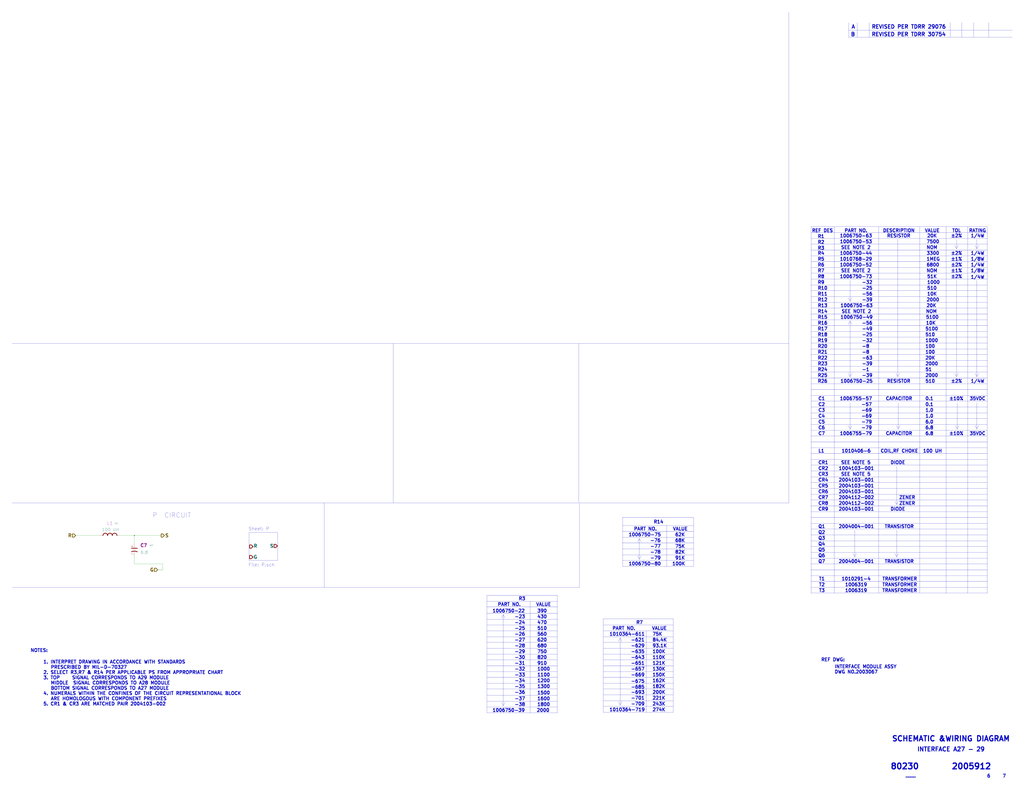
<source format=kicad_sch>
(kicad_sch (version 20211123) (generator eeschema)
  (paper "E")
  (lib_symbols
    (symbol "AGC_DSKY:Capacitor-Polarized" (pin_numbers hide) (pin_names (offset 0) hide)
      (property "Reference" "C" (at 4.445 5.08 0))
      (symbol "Capacitor-Polarized_0_0"
        (text "+" (at -2.54 4.445 0) (effects (font (size 3.556 3.556))))
        (text "-" (at -2.54 -3.81 0) (effects (font (size 3.556 3.556))))
      )
      (symbol "Capacitor-Polarized_0_1"
        (polyline (pts (xy -3.175 1.905) (xy 3.175 1.905)) (stroke (width 0.762)))
        (arc (start 3.175 -1.905) (mid 0 -1.2173) (end -3.175 -1.905) (stroke (width 0.762)))
      )
      (symbol "Capacitor-Polarized_1_1"
        (pin passive line (at 0 6.985 270) (length 5.08) (name "1") (number "1"))
        (pin passive line (at 0 -6.35 90) (length 5.08) (name "2") (number "2"))
      )
    )
    (symbol "AGC_DSKY:HierBody" (pin_numbers hide) (pin_names (offset 0) hide)
      (symbol "HierBody_0_1"
        (polyline (pts (xy 1.905 0) (xy -0.127 -1.778) (xy -1.905 -1.778) (xy -1.905 1.778) (xy -0.127 1.778) (xy 1.905 0)) (stroke (width 0.762)))
      )
    )
    (symbol "AGC_DSKY:Inductor" (pin_numbers hide) (pin_names (offset 0) hide)
      (property "Reference" "L" (at -1.27 5.08 0))
      (symbol "Inductor_0_1"
        (arc (start -2.54 0) (mid -5.08 2.54) (end -7.62 0) (stroke (width 0.762)))
        (arc (start 2.54 0) (mid 0 2.54) (end -2.54 0) (stroke (width 0.762)))
        (arc (start 7.62 0) (mid 5.08 2.54) (end 2.54 0) (stroke (width 0.762)))
      )
      (symbol "Inductor_1_1"
        (pin passive line (at -10.16 0 0) (length 2.54) (name "1") (number "1"))
        (pin passive line (at 10.16 0 180) (length 2.54) (name "2") (number "2"))
      )
    )
  )
  (junction (at 146.685 584.835))
  (polyline (pts (xy 658.495 758.825) (xy 734.695 758.825)) (stroke (width 0) (type solid)))
  (polyline (pts (xy 885.19 482.6) (xy 1077.595 482.6)) (stroke (width 0) (type solid)))
  (polyline (pts (xy 353.695 641.35) (xy 353.695 549.275)) (stroke (width 0) (type solid)))
  (polyline (pts (xy 885.19 647.7) (xy 1077.595 647.7)) (stroke (width 0) (type solid)))
  (polyline (pts (xy 885.19 317.5) (xy 1077.595 317.5)) (stroke (width 0) (type solid)))
  (polyline (pts (xy 885.19 266.7) (xy 1077.595 266.7)) (stroke (width 0) (type solid)))
  (polyline (pts (xy 978.535 607.695) (xy 978.535 579.12)) (stroke (width 0) (type solid)))
  (polyline (pts (xy 531.495 695.325) (xy 608.33 695.325)) (stroke (width 0) (type solid)))
  (polyline (pts (xy 885.19 438.15) (xy 1077.595 438.15)) (stroke (width 0) (type solid)))
  (polyline (pts (xy 676.91 769.62) (xy 676.91 696.595)) (stroke (width 0) (type solid)))
  (polyline (pts (xy 885.19 431.8) (xy 1077.595 431.8)) (stroke (width 0) (type solid)))
  (polyline (pts (xy 531.495 746.125) (xy 608.33 746.125)) (stroke (width 0) (type solid)))
  (polyline (pts (xy 978.535 464.82) (xy 980.44 468.63)) (stroke (width 0) (type solid)))
  (polyline (pts (xy 531.495 752.475) (xy 608.33 752.475)) (stroke (width 0) (type solid)))
  (wire (pts (xy 177.8 615.95) (xy 177.8 622.3)))
  (polyline (pts (xy 885.19 387.35) (xy 1077.595 387.35)) (stroke (width 0) (type solid)))
  (polyline (pts (xy 935.7106 40.64) (xy 935.7106 24.765)) (stroke (width 0.1524) (type solid)))
  (polyline (pts (xy 608.33 778.51) (xy 608.33 650.24)) (stroke (width 0) (type solid)))
  (polyline (pts (xy 885.19 292.1) (xy 1077.595 292.1)) (stroke (width 0) (type solid)))
  (polyline (pts (xy 679.45 612.14) (xy 756.92 612.14)) (stroke (width 0) (type solid)))
  (polyline (pts (xy 678.815 700.405) (xy 676.91 696.595)) (stroke (width 0) (type solid)))
  (polyline (pts (xy 658.495 688.975) (xy 734.695 688.975)) (stroke (width 0) (type solid)))
  (polyline (pts (xy 549.275 770.255) (xy 549.275 671.195)) (stroke (width 0) (type solid)))
  (polyline (pts (xy 1043.94 411.48) (xy 1043.94 306.07)) (stroke (width 0) (type solid)))
  (polyline (pts (xy 13.335 641.35) (xy 632.46 641.35)) (stroke (width 0) (type solid)))
  (polyline (pts (xy 699.77 607.06) (xy 697.865 610.87)) (stroke (width 0) (type solid)))
  (polyline (pts (xy 981.71 407.67) (xy 979.805 411.48)) (stroke (width 0) (type solid)))
  (polyline (pts (xy 885.19 304.8) (xy 1077.595 304.8)) (stroke (width 0) (type solid)))
  (polyline (pts (xy 1044.575 467.995) (xy 1044.575 440.055)) (stroke (width 0) (type solid)))
  (polyline (pts (xy 885.19 412.75) (xy 1077.595 412.75)) (stroke (width 0) (type solid)))
  (polyline (pts (xy 977.9 407.67) (xy 979.805 411.48)) (stroke (width 0) (type solid)))
  (polyline (pts (xy 632.46 549.275) (xy 632.46 641.35)) (stroke (width 0) (type solid)))
  (polyline (pts (xy 302.895 581.66) (xy 271.78 581.66)) (stroke (width 0) (type solid)))
  (polyline (pts (xy 1062.5074 40.64) (xy 1062.5074 24.7396)) (stroke (width 0.1524) (type solid)))
  (polyline (pts (xy 302.895 612.14) (xy 302.895 581.66)) (stroke (width 0) (type solid)))
  (polyline (pts (xy 885.19 463.55) (xy 1077.595 463.55)) (stroke (width 0) (type solid)))
  (polyline (pts (xy 551.18 675.005) (xy 549.275 671.195)) (stroke (width 0) (type solid)))
  (polyline (pts (xy 658.495 695.325) (xy 734.695 695.325)) (stroke (width 0) (type solid)))
  (polyline (pts (xy 885.19 323.85) (xy 1077.595 323.85)) (stroke (width 0) (type solid)))
  (polyline (pts (xy 885.19 596.9) (xy 1077.595 596.9)) (stroke (width 0) (type solid)))
  (polyline (pts (xy 1045.845 267.97) (xy 1043.94 271.78)) (stroke (width 0) (type solid)))
  (polyline (pts (xy 982.345 464.82) (xy 980.44 468.63)) (stroke (width 0) (type solid)))
  (polyline (pts (xy 1043.94 271.78) (xy 1043.94 261.62)) (stroke (width 0) (type solid)))
  (polyline (pts (xy 1042.67 464.82) (xy 1044.575 468.63)) (stroke (width 0) (type solid)))
  (polyline (pts (xy 978.535 550.545) (xy 978.535 509.27)) (stroke (width 0) (type solid)))
  (polyline (pts (xy 885.19 400.05) (xy 1077.595 400.05)) (stroke (width 0) (type solid)))
  (polyline (pts (xy 929.64 407.67) (xy 927.735 411.48)) (stroke (width 0) (type solid)))
  (polyline (pts (xy 885.19 330.2) (xy 1077.595 330.2)) (stroke (width 0) (type solid)))
  (polyline (pts (xy 885.19 444.5) (xy 1077.595 444.5)) (stroke (width 0) (type solid)))
  (polyline (pts (xy 885.19 311.15) (xy 1077.595 311.15)) (stroke (width 0) (type solid)))
  (polyline (pts (xy 1068.07 267.97) (xy 1066.165 271.78)) (stroke (width 0) (type solid)))
  (polyline (pts (xy 948.69 40.64) (xy 948.69 24.7396)) (stroke (width 0.1524) (type solid)))
  (polyline (pts (xy 885.19 476.25) (xy 1077.595 476.25)) (stroke (width 0) (type solid)))
  (polyline (pts (xy 885.19 254) (xy 1077.595 254)) (stroke (width 0) (type solid)))
  (polyline (pts (xy 885.19 552.45) (xy 1077.595 552.45)) (stroke (width 0) (type solid)))
  (polyline (pts (xy 675.005 766.445) (xy 676.91 770.255)) (stroke (width 0) (type solid)))
  (polyline (pts (xy 679.45 586.74) (xy 756.92 586.74)) (stroke (width 0) (type solid)))
  (polyline (pts (xy 980.44 547.37) (xy 978.535 551.18)) (stroke (width 0) (type solid)))
  (polyline (pts (xy 885.19 533.4) (xy 1077.595 533.4)) (stroke (width 0) (type solid)))
  (polyline (pts (xy 885.19 539.75) (xy 1077.595 539.75)) (stroke (width 0) (type solid)))
  (polyline (pts (xy 885.19 298.45) (xy 1077.595 298.45)) (stroke (width 0) (type solid)))
  (polyline (pts (xy 885.19 495.3) (xy 1077.595 495.3)) (stroke (width 0) (type solid)))
  (polyline (pts (xy 885.19 336.55) (xy 1077.595 336.55)) (stroke (width 0) (type solid)))
  (wire (pts (xy 146.685 593.725) (xy 146.685 584.835)))
  (polyline (pts (xy 271.78 581.66) (xy 271.78 612.14)) (stroke (width 0) (type solid)))
  (polyline (pts (xy 1068.07 407.67) (xy 1066.165 411.48)) (stroke (width 0) (type solid)))
  (polyline (pts (xy 1045.845 407.67) (xy 1043.94 411.48)) (stroke (width 0) (type solid)))
  (polyline (pts (xy 658.495 752.475) (xy 734.695 752.475)) (stroke (width 0) (type solid)))
  (polyline (pts (xy 927.735 350.52) (xy 927.735 411.48)) (stroke (width 0) (type solid)))
  (polyline (pts (xy 925.83 407.67) (xy 927.735 411.48)) (stroke (width 0) (type solid)))
  (wire (pts (xy 130.175 584.835) (xy 146.685 584.835)))
  (wire (pts (xy 109.855 584.835) (xy 82.55 584.835)))
  (polyline (pts (xy 885.19 609.6) (xy 1077.595 609.6)) (stroke (width 0) (type solid)))
  (polyline (pts (xy 885.19 247.65) (xy 1077.595 247.65)) (stroke (width 0) (type solid)))
  (polyline (pts (xy 1042.035 267.97) (xy 1043.94 271.78)) (stroke (width 0) (type solid)))
  (polyline (pts (xy 531.495 662.94) (xy 608.33 662.94)) (stroke (width 0) (type solid)))
  (polyline (pts (xy 531.495 650.24) (xy 608.33 650.24)) (stroke (width 0) (type solid)))
  (polyline (pts (xy 885.19 469.9) (xy 1077.595 469.9)) (stroke (width 0) (type solid)))
  (polyline (pts (xy 885.19 514.35) (xy 1077.595 514.35)) (stroke (width 0) (type solid)))
  (polyline (pts (xy 734.695 675.64) (xy 734.695 777.875)) (stroke (width 0) (type solid)))
  (polyline (pts (xy 1046.48 464.82) (xy 1044.575 468.63)) (stroke (width 0) (type solid)))
  (polyline (pts (xy 885.19 279.4) (xy 1077.595 279.4)) (stroke (width 0) (type solid)))
  (polyline (pts (xy 679.45 565.15) (xy 679.45 618.49)) (stroke (width 0) (type solid)))
  (polyline (pts (xy 631.825 548.64) (xy 631.825 375.285)) (stroke (width 0) (type solid)))
  (polyline (pts (xy 1066.165 467.995) (xy 1066.165 440.055)) (stroke (width 0) (type solid)))
  (polyline (pts (xy 658.495 701.675) (xy 734.695 701.675)) (stroke (width 0) (type solid)))
  (polyline (pts (xy 861.06 549.275) (xy 632.46 549.275)) (stroke (width 0) (type solid)))
  (polyline (pts (xy 658.495 765.175) (xy 734.695 765.175)) (stroke (width 0) (type solid)))
  (polyline (pts (xy 885.19 622.3) (xy 1077.595 622.3)) (stroke (width 0) (type solid)))
  (polyline (pts (xy 727.71 574.04) (xy 727.71 618.49)) (stroke (width 0) (type solid)))
  (polyline (pts (xy 547.37 675.005) (xy 549.275 671.195)) (stroke (width 0) (type solid)))
  (polyline (pts (xy 979.805 261.62) (xy 979.805 411.48)) (stroke (width 0) (type solid)))
  (polyline (pts (xy 1078.992 40.6146) (xy 1078.992 24.7396)) (stroke (width 0.1524) (type solid)))
  (polyline (pts (xy 1032.51 247.65) (xy 1032.51 647.7)) (stroke (width 0) (type solid)))
  (polyline (pts (xy 885.19 342.9) (xy 1077.595 342.9)) (stroke (width 0) (type solid)))
  (polyline (pts (xy 885.19 571.5) (xy 1077.595 571.5)) (stroke (width 0) (type solid)))
  (polyline (pts (xy 958.85 247.65) (xy 958.85 647.7)) (stroke (width 0) (type solid)))
  (polyline (pts (xy 885.19 247.65) (xy 885.19 647.7)) (stroke (width 0) (type solid)))
  (polyline (pts (xy 930.91 604.52) (xy 932.815 608.33)) (stroke (width 0) (type solid)))
  (polyline (pts (xy 885.19 501.65) (xy 1077.595 501.65)) (stroke (width 0) (type solid)))
  (polyline (pts (xy 885.19 285.75) (xy 1077.595 285.75)) (stroke (width 0) (type solid)))
  (wire (pts (xy 146.685 584.835) (xy 175.895 584.835)))
  (polyline (pts (xy 531.495 765.81) (xy 608.33 765.81)) (stroke (width 0) (type solid)))
  (polyline (pts (xy 885.19 260.35) (xy 1077.595 260.35)) (stroke (width 0) (type solid)))
  (polyline (pts (xy 885.19 361.95) (xy 1077.595 361.95)) (stroke (width 0) (type solid)))
  (polyline (pts (xy 705.485 688.975) (xy 705.485 777.875)) (stroke (width 0) (type solid)))
  (polyline (pts (xy 885.19 349.25) (xy 1077.595 349.25)) (stroke (width 0) (type solid)))
  (polyline (pts (xy 695.96 591.82) (xy 697.865 588.01)) (stroke (width 0) (type solid)))
  (polyline (pts (xy 885.19 628.65) (xy 1077.595 628.65)) (stroke (width 0) (type solid)))
  (polyline (pts (xy 1003.935 247.65) (xy 1003.935 647.7)) (stroke (width 0) (type solid)))
  (polyline (pts (xy 885.19 406.4) (xy 1077.595 406.4)) (stroke (width 0) (type solid)))
  (polyline (pts (xy 927.735 328.93) (xy 927.735 306.07)) (stroke (width 0) (type solid)))
  (polyline (pts (xy 885.19 590.55) (xy 1077.595 590.55)) (stroke (width 0) (type solid)))
  (wire (pts (xy 177.8 622.3) (xy 172.085 622.3)))
  (polyline (pts (xy 531.495 656.59) (xy 608.33 656.59)) (stroke (width 0) (type solid)))
  (polyline (pts (xy 531.495 676.275) (xy 608.33 676.275)) (stroke (width 0) (type solid)))
  (polyline (pts (xy 976.63 547.37) (xy 978.535 551.18)) (stroke (width 0) (type solid)))
  (polyline (pts (xy 885.19 508) (xy 1077.595 508)) (stroke (width 0) (type solid)))
  (polyline (pts (xy 1037.1074 40.64) (xy 1037.1074 24.7396)) (stroke (width 0.1524) (type solid)))
  (polyline (pts (xy 885.19 615.95) (xy 1077.595 615.95)) (stroke (width 0) (type solid)))
  (polyline (pts (xy 929.64 354.33) (xy 927.735 350.52)) (stroke (width 0) (type solid)))
  (polyline (pts (xy 925.83 325.12) (xy 927.735 328.93)) (stroke (width 0) (type solid)))
  (polyline (pts (xy 531.495 708.025) (xy 608.33 708.025)) (stroke (width 0) (type solid)))
  (polyline (pts (xy 885.19 603.25) (xy 1077.595 603.25)) (stroke (width 0) (type solid)))
  (polyline (pts (xy 531.495 778.51) (xy 531.495 650.24)) (stroke (width 0) (type solid)))
  (polyline (pts (xy 932.815 607.695) (xy 932.815 579.12)) (stroke (width 0) (type solid)))
  (polyline (pts (xy 926.1094 40.64) (xy 926.1094 24.765)) (stroke (width 0.1524) (type solid)))
  (polyline (pts (xy 1068.07 464.82) (xy 1066.165 468.63)) (stroke (width 0) (type solid)))
  (polyline (pts (xy 885.19 425.45) (xy 1077.595 425.45)) (stroke (width 0) (type solid)))
  (polyline (pts (xy 531.495 714.375) (xy 608.33 714.375)) (stroke (width 0) (type solid)))
  (polyline (pts (xy 658.495 733.425) (xy 734.695 733.425)) (stroke (width 0) (type solid)))
  (polyline (pts (xy 658.495 777.875) (xy 734.695 777.875)) (stroke (width 0) (type solid)))
  (polyline (pts (xy 429.26 375.285) (xy 429.26 549.275)) (stroke (width 0) (type solid)))
  (polyline (pts (xy 980.44 604.52) (xy 978.535 608.33)) (stroke (width 0) (type solid)))
  (polyline (pts (xy 1049.8074 40.64) (xy 1049.8074 24.7396)) (stroke (width 0.1524) (type solid)))
  (polyline (pts (xy 885.19 546.1) (xy 1077.595 546.1)) (stroke (width 0) (type solid)))
  (polyline (pts (xy 976.63 604.52) (xy 978.535 608.33)) (stroke (width 0) (type solid)))
  (polyline (pts (xy 697.865 610.235) (xy 697.865 588.01)) (stroke (width 0) (type solid)))
  (polyline (pts (xy 885.19 355.6) (xy 1077.595 355.6)) (stroke (width 0) (type solid)))
  (polyline (pts (xy 699.77 591.82) (xy 697.865 588.01)) (stroke (width 0) (type solid)))
  (polyline (pts (xy 531.495 778.51) (xy 608.33 778.51)) (stroke (width 0) (type solid)))
  (polyline (pts (xy 531.495 688.975) (xy 608.33 688.975)) (stroke (width 0) (type solid)))
  (polyline (pts (xy 271.78 612.14) (xy 302.895 612.14)) (stroke (width 0) (type solid)))
  (polyline (pts (xy 756.92 565.15) (xy 756.92 618.49)) (stroke (width 0) (type solid)))
  (polyline (pts (xy 885.19 450.85) (xy 1077.595 450.85)) (stroke (width 0) (type solid)))
  (polyline (pts (xy 885.19 584.2) (xy 1077.595 584.2)) (stroke (width 0) (type solid)))
  (polyline (pts (xy 658.495 720.725) (xy 734.695 720.725)) (stroke (width 0) (type solid)))
  (polyline (pts (xy 885.19 457.2) (xy 1077.595 457.2)) (stroke (width 0) (type solid)))
  (polyline (pts (xy 658.495 714.375) (xy 734.695 714.375)) (stroke (width 0) (type solid)))
  (polyline (pts (xy 885.19 565.15) (xy 1077.595 565.15)) (stroke (width 0) (type solid)))
  (polyline (pts (xy 925.83 464.82) (xy 927.735 468.63)) (stroke (width 0) (type solid)))
  (polyline (pts (xy 885.19 558.8) (xy 1077.595 558.8)) (stroke (width 0) (type solid)))
  (polyline (pts (xy 1066.165 411.48) (xy 1066.165 306.07)) (stroke (width 0) (type solid)))
  (polyline (pts (xy 885.19 381) (xy 1077.595 381)) (stroke (width 0) (type solid)))
  (polyline (pts (xy 531.495 682.625) (xy 608.33 682.625)) (stroke (width 0) (type solid)))
  (polyline (pts (xy 551.18 767.08) (xy 549.275 770.89)) (stroke (width 0) (type solid)))
  (polyline (pts (xy 929.64 325.12) (xy 927.735 328.93)) (stroke (width 0) (type solid)))
  (polyline (pts (xy 695.96 607.06) (xy 697.865 610.87)) (stroke (width 0) (type solid)))
  (polyline (pts (xy 1064.26 407.67) (xy 1066.165 411.48)) (stroke (width 0) (type solid)))
  (polyline (pts (xy 885.19 641.35) (xy 1077.595 641.35)) (stroke (width 0) (type solid)))
  (polyline (pts (xy 1042.035 407.67) (xy 1043.94 411.48)) (stroke (width 0) (type solid)))
  (polyline (pts (xy 531.495 669.925) (xy 608.33 669.925)) (stroke (width 0) (type solid)))
  (polyline (pts (xy 578.485 656.59) (xy 578.485 778.51)) (stroke (width 0) (type solid)))
  (polyline (pts (xy 658.495 739.775) (xy 734.695 739.775)) (stroke (width 0) (type solid)))
  (polyline (pts (xy 658.495 708.025) (xy 734.695 708.025)) (stroke (width 0) (type solid)))
  (polyline (pts (xy 658.495 746.125) (xy 734.695 746.125)) (stroke (width 0) (type solid)))
  (polyline (pts (xy 1077.595 247.65) (xy 1077.595 647.7)) (stroke (width 0) (type solid)))
  (polyline (pts (xy 531.495 739.775) (xy 608.33 739.775)) (stroke (width 0) (type solid)))
  (polyline (pts (xy 885.19 273.05) (xy 1077.595 273.05)) (stroke (width 0) (type solid)))
  (polyline (pts (xy 885.19 374.65) (xy 1077.595 374.65)) (stroke (width 0) (type solid)))
  (polyline (pts (xy 885.19 577.85) (xy 1077.595 577.85)) (stroke (width 0) (type solid)))
  (polyline (pts (xy 675.005 700.405) (xy 676.91 696.595)) (stroke (width 0) (type solid)))
  (polyline (pts (xy 679.45 605.79) (xy 756.92 605.79)) (stroke (width 0) (type solid)))
  (polyline (pts (xy 927.735 467.995) (xy 927.735 440.055)) (stroke (width 0) (type solid)))
  (polyline (pts (xy 547.37 767.08) (xy 549.275 770.89)) (stroke (width 0) (type solid)))
  (polyline (pts (xy 1104.9 33.02) (xy 926.1094 33.02)) (stroke (width 0.1524) (type solid)))
  (polyline (pts (xy 679.45 565.15) (xy 756.92 565.15)) (stroke (width 0) (type solid)))
  (polyline (pts (xy 679.45 593.09) (xy 756.92 593.09)) (stroke (width 0) (type solid)))
  (polyline (pts (xy 1064.26 464.82) (xy 1066.165 468.63)) (stroke (width 0) (type solid)))
  (polyline (pts (xy 531.495 727.075) (xy 608.33 727.075)) (stroke (width 0) (type solid)))
  (polyline (pts (xy 885.19 520.7) (xy 1077.595 520.7)) (stroke (width 0) (type solid)))
  (polyline (pts (xy 531.495 701.675) (xy 608.33 701.675)) (stroke (width 0) (type solid)))
  (polyline (pts (xy 658.495 771.525) (xy 734.695 771.525)) (stroke (width 0) (type solid)))
  (polyline (pts (xy 885.19 419.1) (xy 1077.595 419.1)) (stroke (width 0) (type solid)))
  (polyline (pts (xy 679.45 574.04) (xy 756.92 574.04)) (stroke (width 0) (type solid)))
  (polyline (pts (xy 679.45 618.49) (xy 756.92 618.49)) (stroke (width 0) (type solid)))
  (polyline (pts (xy 658.495 682.625) (xy 734.695 682.625)) (stroke (width 0) (type solid)))
  (polyline (pts (xy 885.19 488.95) (xy 1077.595 488.95)) (stroke (width 0) (type solid)))
  (polyline (pts (xy 925.83 354.33) (xy 927.735 350.52)) (stroke (width 0) (type solid)))
  (polyline (pts (xy 934.72 604.52) (xy 932.815 608.33)) (stroke (width 0) (type solid)))
  (polyline (pts (xy 531.495 759.46) (xy 608.33 759.46)) (stroke (width 0) (type solid)))
  (polyline (pts (xy 658.495 777.875) (xy 658.495 675.64)) (stroke (width 0) (type solid)))
  (polyline (pts (xy 13.335 549.275) (xy 631.825 549.275)) (stroke (width 0) (type solid)))
  (polyline (pts (xy 679.45 599.44) (xy 756.92 599.44)) (stroke (width 0) (type solid)))
  (polyline (pts (xy 885.19 393.7) (xy 1077.595 393.7)) (stroke (width 0) (type solid)))
  (polyline (pts (xy 885.19 368.3) (xy 1077.595 368.3)) (stroke (width 0) (type solid)))
  (wire (pts (xy 146.685 615.95) (xy 177.8 615.95)))
  (polyline (pts (xy 678.815 766.445) (xy 676.91 770.255)) (stroke (width 0) (type solid)))
  (wire (pts (xy 146.685 607.06) (xy 146.685 615.95)))
  (polyline (pts (xy 531.495 772.16) (xy 608.33 772.16)) (stroke (width 0) (type solid)))
  (polyline (pts (xy 910.59 247.65) (xy 910.59 647.7)) (stroke (width 0) (type solid)))
  (polyline (pts (xy 658.495 675.64) (xy 734.695 675.64)) (stroke (width 0) (type solid)))
  (polyline (pts (xy 13.335 375.285) (xy 861.06 375.285)) (stroke (width 0) (type solid)))
  (polyline (pts (xy 885.19 527.05) (xy 1077.595 527.05)) (stroke (width 0) (type solid)))
  (polyline (pts (xy 658.495 727.075) (xy 734.695 727.075)) (stroke (width 0) (type solid)))
  (polyline (pts (xy 980.44 467.995) (xy 980.44 440.055)) (stroke (width 0) (type solid)))
  (polyline (pts (xy 861.06 13.335) (xy 861.06 549.275)) (stroke (width 0) (type solid)))
  (polyline (pts (xy 679.45 580.39) (xy 756.92 580.39)) (stroke (width 0) (type solid)))
  (polyline (pts (xy 1104.9 40.64) (xy 926.1094 40.64)) (stroke (width 0.1524) (type solid)))
  (polyline (pts (xy 885.19 635) (xy 1077.595 635)) (stroke (width 0) (type solid)))
  (polyline (pts (xy 531.495 733.425) (xy 608.33 733.425)) (stroke (width 0) (type solid)))
  (polyline (pts (xy 1056.005 247.65) (xy 1056.005 647.7)) (stroke (width 0) (type solid)))
  (polyline (pts (xy 1064.26 267.97) (xy 1066.165 271.78)) (stroke (width 0) (type solid)))
  (polyline (pts (xy 531.495 720.725) (xy 608.33 720.725)) (stroke (width 0) (type solid)))
  (polyline (pts (xy 929.64 464.82) (xy 927.735 468.63)) (stroke (width 0) (type solid)))
  (polyline (pts (xy 1066.165 271.78) (xy 1066.165 261.62)) (stroke (width 0) (type solid)))
  (text "-31" (at 561.34 726.44 0) (effects (font (size 3.556 3.556) (thickness 0.7112) bold) (justify left bottom)))
  (text "2004103-001" (at 915.035 526.415 0) (effects (font (size 3.556 3.556) (thickness 0.7112) bold) (justify left bottom)))
  (text "1006750-73" (at 916.305 304.165 0) (effects (font (size 3.556 3.556) (thickness 0.7112) bold) (justify left bottom)))
  (text "100" (at 1009.65 380.365 0) (effects (font (size 3.556 3.556) (thickness 0.7112) bold) (justify left bottom)))
  (text "3300" (at 1010.92 278.765 0) (effects (font (size 3.556 3.556) (thickness 0.7112) bold) (justify left bottom)))
  (text "±2%" (at 1037.59 278.765 0) (effects (font (size 3.556 3.556) (thickness 0.7112) bold) (justify left bottom)))
  (text "-32" (at 940.435 374.015 0) (effects (font (size 3.556 3.556) (thickness 0.7112) bold) (justify left bottom)))
  (text "1500" (at 586.105 758.825 0) (effects (font (size 3.556 3.556) (thickness 0.7112) bold) (justify left bottom)))
  (text "20K" (at 1011.555 259.715 0) (effects (font (size 3.556 3.556) (thickness 0.7112) bold) (justify left bottom)))
  (text "-79" (at 709.295 611.505 0) (effects (font (size 3.556 3.556) (thickness 0.7112) bold) (justify left bottom)))
  (text "R18" (at 892.175 367.665 0) (effects (font (size 3.556 3.556) (thickness 0.7112) bold) (justify left bottom)))
  (text "150K" (at 711.835 739.14 0) (effects (font (size 3.556 3.556) (thickness 0.7112) bold) (justify left bottom)))
  (text "CAPACITOR" (at 966.47 475.615 0) (effects (font (size 3.556 3.556) (thickness 0.7112) bold) (justify left bottom)))
  (text "-36" (at 561.34 758.19 0) (effects (font (size 3.556 3.556) (thickness 0.7112) bold) (justify left bottom)))
  (text "1004103-001" (at 915.035 513.715 0) (effects (font (size 3.556 3.556) (thickness 0.7112) bold) (justify left bottom)))
  (text "1006750-80" (at 685.8 617.855 0) (effects (font (size 3.556 3.556) (thickness 0.7112) bold) (justify left bottom)))
  (text "R23" (at 892.175 399.415 0) (effects (font (size 3.556 3.556) (thickness 0.7112) bold) (justify left bottom)))
  (text "-651" (at 688.34 726.44 0) (effects (font (size 3.556 3.556) (thickness 0.7112) bold) (justify left bottom)))
  (text "-635" (at 688.34 713.74 0) (effects (font (size 3.556 3.556) (thickness 0.7112) bold) (justify left bottom)))
  (text "2004004-001" (at 915.035 615.315 0) (effects (font (size 3.556 3.556) (thickness 0.7112) bold) (justify left bottom)))
  (text "-25" (at 561.34 688.34 0) (effects (font (size 3.556 3.556) (thickness 0.7112) bold) (justify left bottom)))
  (text "CR2" (at 892.81 513.715 0) (effects (font (size 3.556 3.556) (thickness 0.7112) bold) (justify left bottom)))
  (text "-709" (at 688.34 770.89 0) (effects (font (size 3.556 3.556) (thickness 0.7112) bold) (justify left bottom)))
  (text "-77" (at 709.295 598.805 0) (effects (font (size 3.556 3.556) (thickness 0.7112) bold) (justify left bottom)))
  (text "-23" (at 561.34 675.64 0) (effects (font (size 3.556 3.556) (thickness 0.7112) bold) (justify left bottom)))
  (text "-37" (at 561.34 765.175 0) (effects (font (size 3.556 3.556) (thickness 0.7112) bold) (justify left bottom)))
  (text "C4" (at 892.81 456.565 0) (effects (font (size 3.556 3.556) (thickness 0.7112) bold) (justify left bottom)))
  (text "R4" (at 892.175 278.765 0) (effects (font (size 3.556 3.556) (thickness 0.7112) bold) (justify left bottom)))
  (text "R14" (at 713.105 572.135 0) (effects (font (size 3.556 3.556) (thickness 0.7112) bold) (justify left bottom)))
  (text "C3" (at 892.81 450.215 0) (effects (font (size 3.556 3.556) (thickness 0.7112) bold) (justify left bottom)))
  (text "Q4" (at 892.81 596.265 0) (effects (font (size 3.556 3.556) (thickness 0.7112) bold) (justify left bottom)))
  (text "1/8W" (at 1059.18 285.115 0) (effects (font (size 3.556 3.556) (thickness 0.7112) bold) (justify left bottom)))
  (text "2004112-002" (at 915.035 545.465 0) (effects (font (size 3.556 3.556) (thickness 0.7112) bold) (justify left bottom)))
  (text "TRANSISTOR" (at 965.2 577.215 0) (effects (font (size 3.556 3.556) (thickness 0.7112) bold) (justify left bottom)))
  (text "R3" (at 892.175 273.05 0) (effects (font (size 3.556 3.556) (thickness 0.7112) bold) (justify left bottom)))
  (text "PART NO." (at 542.925 662.305 0) (effects (font (size 3.556 3.556) (thickness 0.7112) bold) (justify left bottom)))
  (text "470" (at 586.105 681.99 0) (effects (font (size 3.556 3.556) (thickness 0.7112) bold) (justify left bottom)))
  (text "R26" (at 892.175 418.465 0) (effects (font (size 3.556 3.556) (thickness 0.7112) bold) (justify left bottom)))
  (text "-39" (at 940.435 329.565 0) (effects (font (size 3.556 3.556) (thickness 0.7112) bold) (justify left bottom)))
  (text "130K" (at 711.835 732.79 0) (effects (font (size 3.556 3.556) (thickness 0.7112) bold) (justify left bottom)))
  (text "CR5" (at 892.81 532.765 0) (effects (font (size 3.556 3.556) (thickness 0.7112) bold) (justify left bottom)))
  (text "Q3" (at 892.81 589.915 0) (effects (font (size 3.556 3.556) (thickness 0.7112) bold) (justify left bottom)))
  (text "R1" (at 892.175 260.35 0) (effects (font (size 3.556 3.556) (thickness 0.7112) bold) (justify left bottom)))
  (text "-685" (at 688.34 752.475 0) (effects (font (size 3.556 3.556) (thickness 0.7112) bold) (justify left bottom)))
  (text "100 UH" (at 1007.11 494.665 0) (effects (font (size 3.556 3.556) (thickness 0.7112) bold) (justify left bottom)))
  (text "CR4" (at 892.81 526.415 0) (effects (font (size 3.556 3.556) (thickness 0.7112) bold) (justify left bottom)))
  (text "Q6" (at 892.81 608.965 0) (effects (font (size 3.556 3.556) (thickness 0.7112) bold) (justify left bottom)))
  (text "100K" (at 733.425 617.855 0) (effects (font (size 3.556 3.556) (thickness 0.7112) bold) (justify left bottom)))
  (text "±10%" (at 1035.685 475.615 0) (effects (font (size 3.556 3.556) (thickness 0.7112) bold) (justify left bottom)))
  (text "680" (at 586.105 707.39 0) (effects (font (size 3.556 3.556) (thickness 0.7112) bold) (justify left bottom)))
  (text "-49" (at 940.435 361.315 0) (effects (font (size 3.556 3.556) (thickness 0.7112) bold) (justify left bottom)))
  (text "51K" (at 1011.555 304.165 0) (effects (font (size 3.556 3.556) (thickness 0.7112) bold) (justify left bottom)))
  (text "1600" (at 586.105 765.175 0) (effects (font (size 3.556 3.556) (thickness 0.7112) bold) (justify left bottom)))
  (text "2000" (at 1009.65 412.115 0) (effects (font (size 3.556 3.556) (thickness 0.7112) bold) (justify left bottom)))
  (text "VALUE" (at 584.835 662.305 0) (effects (font (size 3.556 3.556) (thickness 0.7112) bold) (justify left bottom)))
  (text "-25" (at 940.435 316.865 0) (effects (font (size 3.556 3.556) (thickness 0.7112) bold) (justify left bottom)))
  (text "T2" (at 893.445 640.715 0) (effects (font (size 3.556 3.556) (thickness 0.7112) bold) (justify left bottom)))
  (text "5100" (at 1010.285 348.615 0) (effects (font (size 3.556 3.556) (thickness 0.7112) bold) (justify left bottom)))
  (text "P  CIRCUIT" (at 166.37 565.785 0) (effects (font (size 5.08 5.08)) (justify left bottom)))
  (text "File: P.sch" (at 271.145 619.125 0) (effects (font (size 3.556 3.556)) (justify left bottom)))
  (text "182K" (at 711.835 751.84 0) (effects (font (size 3.556 3.556) (thickness 0.7112) bold) (justify left bottom)))
  (text "-38" (at 561.34 771.525 0) (effects (font (size 3.556 3.556) (thickness 0.7112) bold) (justify left bottom)))
  (text "VALUE" (at 1009.015 254 0) (effects (font (size 3.556 3.556) (thickness 0.7112) bold) (justify left bottom)))
  (text "R12" (at 892.175 329.565 0) (effects (font (size 3.556 3.556) (thickness 0.7112) bold) (justify left bottom)))
  (text "±10%" (at 1035.685 437.515 0) (effects (font (size 3.556 3.556) (thickness 0.7112) bold) (justify left bottom)))
  (text "2000" (at 1010.92 329.565 0) (effects (font (size 3.556 3.556) (thickness 0.7112) bold) (justify left bottom)))
  (text "1006750-39" (at 537.21 777.875 0) (effects (font (size 3.556 3.556) (thickness 0.7112) bold) (justify left bottom)))
  (text "RATING" (at 1057.275 254 0) (effects (font (size 3.556 3.556) (thickness 0.7112) bold) (justify left bottom)))
  (text "75K" (at 711.835 694.69 0) (effects (font (size 3.556 3.556) (thickness 0.7112) bold) (justify left bottom)))
  (text "-57" (at 939.8 443.865 0) (effects (font (size 3.556 3.556) (thickness 0.7112) bold) (justify left bottom)))
  (text "R14" (at 892.175 342.265 0) (effects (font (size 3.556 3.556) (thickness 0.7112) bold) (justify left bottom)))
  (text "TOL" (at 1038.86 254 0) (effects (font (size 3.556 3.556) (thickness 0.7112) bold) (justify left bottom)))
  (text "R3" (at 565.785 655.955 0) (effects (font (size 3.556 3.556) (thickness 0.7112) bold) (justify left bottom)))
  (text "±1%" (at 1037.59 297.815 0) (effects (font (size 3.556 3.556) (thickness 0.7112) bold) (justify left bottom)))
  (text "INTERFACE MODULE ASSY\nDWG NO.2003067" (at 910.59 735.965 0) (effects (font (size 3.556 3.556) (thickness 0.7112) bold) (justify left bottom)))
  (text "Q5" (at 892.81 602.615 0) (effects (font (size 3.556 3.556) (thickness 0.7112) bold) (justify left bottom)))
  (text "-643" (at 688.34 720.09 0) (effects (font (size 3.556 3.556) (thickness 0.7112) bold) (justify left bottom)))
  (text "2004103-001" (at 915.035 558.165 0) (effects (font (size 3.556 3.556) (thickness 0.7112) bold) (justify left bottom)))
  (text "1/8W" (at 1059.18 297.815 0) (effects (font (size 3.556 3.556) (thickness 0.7112) bold) (justify left bottom)))
  (text "1006750-25" (at 916.94 418.465 0) (effects (font (size 3.556 3.556) (thickness 0.7112) bold) (justify left bottom)))
  (text "1/4W" (at 1059.18 259.715 0) (effects (font (size 3.556 3.556) (thickness 0.7112) bold) (justify left bottom)))
  (text "1200" (at 586.105 745.49 0) (effects (font (size 3.556 3.556) (thickness 0.7112) bold) (justify left bottom)))
  (text "1006750-53" (at 916.305 266.065 0) (effects (font (size 3.556 3.556) (thickness 0.7112) bold) (justify left bottom)))
  (text "DIODE" (at 971.55 507.365 0) (effects (font (size 3.556 3.556) (thickness 0.7112) bold) (justify left bottom)))
  (text "430" (at 586.105 675.64 0) (effects (font (size 3.556 3.556) (thickness 0.7112) bold) (justify left bottom)))
  (text "A      REVISED PER TDRR 29076" (at 929.005 31.75 0) (effects (font (size 4.064 4.064) (thickness 0.8128) bold) (justify left bottom)))
  (text "51" (at 1009.65 405.765 0) (effects (font (size 3.556 3.556) (thickness 0.7112) bold) (justify left bottom)))
  (text "5100" (at 1009.65 361.315 0) (effects (font (size 3.556 3.556) (thickness 0.7112) bold) (justify left bottom)))
  (text "1006755-79" (at 916.305 475.615 0) (effects (font (size 3.556 3.556) (thickness 0.7112) bold) (justify left bottom)))
  (text "Sheet: P" (at 271.145 579.755 0) (effects (font (size 3.556 3.556)) (justify left bottom)))
  (text "ZENER" (at 981.075 551.815 0) (effects (font (size 3.556 3.556) (thickness 0.7112) bold) (justify left bottom)))
  (text "C2" (at 892.81 443.865 0) (effects (font (size 3.556 3.556) (thickness 0.7112) bold) (justify left bottom)))
  (text "93.1K" (at 711.835 707.39 0) (effects (font (size 3.556 3.556) (thickness 0.7112) bold) (justify left bottom)))
  (text "RESISTOR" (at 967.74 418.465 0) (effects (font (size 3.556 3.556) (thickness 0.7112) bold) (justify left bottom)))
  (text "6800" (at 1010.92 291.465 0) (effects (font (size 3.556 3.556) (thickness 0.7112) bold) (justify left bottom)))
  (text "R6" (at 892.175 291.465 0) (effects (font (size 3.556 3.556) (thickness 0.7112) bold) (justify left bottom)))
  (text "-39" (at 940.435 412.115 0) (effects (font (size 3.556 3.556) (thickness 0.7112) bold) (justify left bottom)))
  (text "243K" (at 711.835 770.89 0) (effects (font (size 3.556 3.556) (thickness 0.7112) bold) (justify left bottom)))
  (text "-669" (at 688.34 739.14 0) (effects (font (size 3.556 3.556) (thickness 0.7112) bold) (justify left bottom)))
  (text "1/4W" (at 1059.18 278.765 0) (effects (font (size 3.556 3.556) (thickness 0.7112) bold) (justify left bottom)))
  (text "2004112-002" (at 915.035 551.815 0) (effects (font (size 3.556 3.556) (thickness 0.7112) bold) (justify left bottom)))
  (text "1006750-63" (at 916.94 335.915 0) (effects (font (size 3.556 3.556) (thickness 0.7112) bold) (justify left bottom)))
  (text "1800" (at 586.105 771.525 0) (effects (font (size 3.556 3.556) (thickness 0.7112) bold) (justify left bottom)))
  (text "1000" (at 586.105 732.79 0) (effects (font (size 3.556 3.556) (thickness 0.7112) bold) (justify left bottom)))
  (text "1.0" (at 1009.65 450.215 0) (effects (font (size 3.556 3.556) (thickness 0.7112) bold) (justify left bottom)))
  (text "COIL,RF CHOKE" (at 960.755 494.665 0) (effects (font (size 3.556 3.556) (thickness 0.7112) bold) (justify left bottom)))
  (text "80230" (at 971.55 840.74 0) (effects (font (size 6.35 6.35) (thickness 1.27) bold) (justify left bottom)))
  (text "510" (at 1011.555 316.865 0) (effects (font (size 3.556 3.556) (thickness 0.7112) bold) (justify left bottom)))
  (text "910" (at 586.105 726.44 0) (effects (font (size 3.556 3.556) (thickness 0.7112) bold) (justify left bottom)))
  (text "-28" (at 561.34 707.39 0) (effects (font (size 3.556 3.556) (thickness 0.7112) bold) (justify left bottom)))
  (text "6.8" (at 1009.65 475.615 0) (effects (font (size 3.556 3.556) (thickness 0.7112) bold) (justify left bottom)))
  (text "-69" (at 939.8 456.565 0) (effects (font (size 3.556 3.556) (thickness 0.7112) bold) (justify left bottom)))
  (text "PART NO." (at 921.385 254 0) (effects (font (size 3.556 3.556) (thickness 0.7112) bold) (justify left bottom)))
  (text "R15" (at 892.175 348.615 0) (effects (font (size 3.556 3.556) (thickness 0.7112) bold) (justify left bottom)))
  (text "NOM" (at 1010.285 342.265 0) (effects (font (size 3.556 3.556) (thickness 0.7112) bold) (justify left bottom)))
  (text "20K" (at 1010.92 335.915 0) (effects (font (size 3.556 3.556) (thickness 0.7112) bold) (justify left bottom)))
  (text "1.0" (at 1009.65 456.565 0) (effects (font (size 3.556 3.556) (thickness 0.7112) bold) (justify left bottom)))
  (text "CR9" (at 892.81 558.165 0) (effects (font (size 3.556 3.556) (thickness 0.7112) bold) (justify left bottom)))
  (text "R22" (at 892.175 393.065 0) (effects (font (size 3.556 3.556) (thickness 0.7112) bold) (justify left bottom)))
  (text "1006750-75" (at 685.8 586.105 0) (effects (font (size 3.556 3.556) (thickness 0.7112) bold) (justify left bottom)))
  (text "NOM" (at 1010.92 297.815 0) (effects (font (size 3.556 3.556) (thickness 0.7112) bold) (justify left bottom)))
  (text "CR3" (at 892.81 520.065 0) (effects (font (size 3.556 3.556) (thickness 0.7112) bold) (justify left bottom)))
  (text "1010364-719" (at 664.845 777.24 0) (effects (font (size 3.556 3.556) (thickness 0.7112) bold) (justify left bottom)))
  (text "-78" (at 709.295 605.155 0) (effects (font (size 3.556 3.556) (thickness 0.7112) bold) (justify left bottom)))
  (text "NOTES:" (at 33.02 712.47 0) (effects (font (size 3.556 3.556) (thickness 0.7112) bold) (justify left bottom)))
  (text "560" (at 586.105 694.69 0) (effects (font (size 3.556 3.556) (thickness 0.7112) bold) (justify left bottom)))
  (text "510" (at 1009.65 367.665 0) (effects (font (size 3.556 3.556) (thickness 0.7112) bold) (justify left bottom)))
  (text "6.0" (at 1009.65 462.915 0) (effects (font (size 3.556 3.556) (thickness 0.7112) bold) (justify left bottom)))
  (text "1300" (at 586.105 751.84 0) (effects (font (size 3.556 3.556) (thickness 0.7112) bold) (justify left bottom)))
  (text "R17" (at 892.175 361.315 0) (effects (font (size 3.556 3.556) (thickness 0.7112) bold) (justify left bottom)))
  (text "±2%" (at 1037.59 418.465 0) (effects (font (size 3.556 3.556) (thickness 0.7112) bold) (justify left bottom)))
  (text "1006750-22" (at 537.21 669.29 0) (effects (font (size 3.556 3.556) (thickness 0.7112) bold) (justify left bottom)))
  (text "C1" (at 892.81 437.515 0) (effects (font (size 3.556 3.556) (thickness 0.7112) bold) (justify left bottom)))
  (text "1MEG" (at 1010.92 285.115 0) (effects (font (size 3.556 3.556) (thickness 0.7112) bold) (justify left bottom)))
  (text "510" (at 586.105 688.34 0) (effects (font (size 3.556 3.556) (thickness 0.7112) bold) (justify left bottom)))
  (text "R7" (at 694.055 681.99 0) (effects (font (size 3.556 3.556) (thickness 0.7112) bold) (justify left bottom)))
  (text "-30" (at 561.34 720.09 0) (effects (font (size 3.556 3.556) (thickness 0.7112) bold) (justify left bottom)))
  (text "SEE NOTE 5" (at 917.575 520.065 0) (effects (font (size 3.556 3.556) (thickness 0.7112) bold) (justify left bottom)))
  (text "1010364-611" (at 664.845 694.69 0) (effects (font (size 3.556 3.556) (thickness 0.7112) bold) (justify left bottom)))
  (text "162K" (at 711.835 745.49 0) (effects (font (size 3.556 3.556) (thickness 0.7112) bold) (justify left bottom)))
  (text "±1%" (at 1037.59 285.115 0) (effects (font (size 3.556 3.556) (thickness 0.7112) bold) (justify left bottom)))
  (text "750" (at 586.105 713.74 0) (effects (font (size 3.556 3.556) (thickness 0.7112) bold) (justify left bottom)))
  (text "R13" (at 892.175 335.915 0) (effects (font (size 3.556 3.556) (thickness 0.7112) bold) (justify left bottom)))
  (text "10K" (at 1010.285 354.965 0) (effects (font (size 3.556 3.556) (thickness 0.7112) bold) (justify left bottom)))
  (text "1006750-63" (at 916.305 259.715 0) (effects (font (size 3.556 3.556) (thickness 0.7112) bold) (justify left bottom)))
  (text "1000" (at 1009.65 374.015 0) (effects (font (size 3.556 3.556) (thickness 0.7112) bold) (justify left bottom)))
  (text "390" (at 586.105 669.29 0) (effects (font (size 3.556 3.556) (thickness 0.7112) bold) (justify left bottom)))
  (text "-32" (at 561.34 732.79 0) (effects (font (size 3.556 3.556) (thickness 0.7112) bold) (justify left bottom)))
  (text "R8" (at 892.175 304.165 0) (effects (font (size 3.556 3.556) (thickness 0.7112) bold) (justify left bottom)))
  (text "-35" (at 561.34 751.84 0) (effects (font (size 3.556 3.556) (thickness 0.7112) bold) (justify left bottom)))
  (text "-56" (at 940.435 323.215 0) (effects (font (size 3.556 3.556) (thickness 0.7112) bold) (justify left bottom)))
  (text "1006750-52" (at 916.305 291.465 0) (effects (font (size 3.556 3.556) (thickness 0.7112) bold) (justify left bottom)))
  (text "-657" (at 688.34 732.79 0) (effects (font (size 3.556 3.556) (thickness 0.7112) bold) (justify left bottom)))
  (text "274K" (at 711.835 777.24 0) (effects (font (size 3.556 3.556) (thickness 0.7112) bold) (justify left bottom)))
  (text "20K" (at 1009.65 393.065 0) (effects (font (size 3.556 3.556) (thickness 0.7112) bold) (justify left bottom)))
  (text "6     7" (at 1076.96 849.63 0) (effects (font (size 3.556 3.556) (thickness 0.7112) bold) (justify left bottom)))
  (text "2000" (at 585.47 777.875 0) (effects (font (size 3.556 3.556) (thickness 0.7112) bold) (justify left bottom)))
  (text "1100" (at 586.105 739.14 0) (effects (font (size 3.556 3.556) (thickness 0.7112) bold) (justify left bottom)))
  (text "2004103-001" (at 915.035 532.765 0) (effects (font (size 3.556 3.556) (thickness 0.7112) bold) (justify left bottom)))
  (text "1000" (at 1011.555 310.515 0) (effects (font (size 3.556 3.556) (thickness 0.7112) bold) (justify left bottom)))
  (text "TRANSFORMER" (at 962.66 647.065 0) (effects (font (size 3.556 3.556) (thickness 0.7112) bold) (justify left bottom)))
  (text "TRANSFORMER" (at 962.66 640.715 0) (effects (font (size 3.556 3.556) (thickness 0.7112) bold) (justify left bottom)))
  (text "110K" (at 711.835 720.09 0) (effects (font (size 3.556 3.556) (thickness 0.7112) bold) (justify left bottom)))
  (text "CAPACITOR" (at 966.47 437.515 0) (effects (font (size 3.556 3.556) (thickness 0.7112) bold) (justify left bottom)))
  (text "INTERFACE A27 - 29" (at 1000.76 821.055 0) (effects (font (size 4.572 4.572) (thickness 0.9144) bold) (justify left bottom)))
  (text "Q7" (at 892.81 615.315 0) (effects (font (size 3.556 3.556) (thickness 0.7112) bold) (justify left bottom)))
  (text "10K" (at 1011.555 323.215 0) (effects (font (size 3.556 3.556) (thickness 0.7112) bold) (justify left bottom)))
  (text "SEE NOTE 2" (at 917.575 272.415 0) (effects (font (size 3.556 3.556) (thickness 0.7112) bold) (justify left bottom)))
  (text "R24" (at 892.175 405.765 0) (effects (font (size 3.556 3.556) (thickness 0.7112) bold) (justify left bottom)))
  (text "-79" (at 939.8 462.915 0) (effects (font (size 3.556 3.556) (thickness 0.7112) bold) (justify left bottom)))
  (text "PART NO." (at 668.02 688.34 0) (effects (font (size 3.556 3.556) (thickness 0.7112) bold) (justify left bottom)))
  (text "R10" (at 892.175 316.865 0) (effects (font (size 3.556 3.556) (thickness 0.7112) bold) (justify left bottom)))
  (text "-56" (at 940.435 354.965 0) (effects (font (size 3.556 3.556) (thickness 0.7112) bold) (justify left bottom)))
  (text "1010291-4" (at 918.21 634.365 0) (effects (font (size 3.556 3.556) (thickness 0.7112) bold) (justify left bottom)))
  (text "R2" (at 892.175 266.7 0) (effects (font (size 3.556 3.556) (thickness 0.7112) bold) (justify left bottom)))
  (text "100" (at 1009.65 386.715 0) (effects (font (size 3.556 3.556) (thickness 0.7112) bold) (justify left bottom)))
  (text "75K" (at 736.6 598.805 0) (effects (font (size 3.556 3.556) (thickness 0.7112) bold) (justify left bottom)))
  (text "C6" (at 892.81 469.265 0) (effects (font (size 3.556 3.556) (thickness 0.7112) bold) (justify left bottom)))
  (text "SCHEMATIC &WIRING DIAGRAM" (at 973.1756 810.1584 0) (effects (font (size 5.715 5.715) (thickness 1.143) bold) (justify left bottom)))
  (text "-1" (at 940.435 405.765 0) (effects (font (size 3.556 3.556) (thickness 0.7112) bold) (justify left bottom)))
  (text "____" (at 988.06 848.995 0) (effects (font (size 3.556 3.556) (thickness 0.7112) bold) (justify left bottom)))
  (text "±2%" (at 1037.59 291.465 0) (effects (font (size 3.556 3.556) (thickness 0.7112) bold) (justify left bottom)))
  (text "R16" (at 892.175 354.965 0) (effects (font (size 3.556 3.556) (thickness 0.7112) bold) (justify left bottom)))
  (text "-25" (at 940.435 367.665 0) (effects (font (size 3.556 3.556) (thickness 0.7112) bold) (justify left bottom)))
  (text "-63" (at 940.435 393.065 0) (effects (font (size 3.556 3.556) (thickness 0.7112) bold) (justify left bottom)))
  (text "82K" (at 736.6 605.155 0) (effects (font (size 3.556 3.556) (thickness 0.7112) bold) (justify left bottom)))
  (text "1. INTERPRET DRAWING IN ACCORDANCE WITH STANDARDS\n   PRESCRIBED BY MIL-D-70327\n2. SELECT R3,R7 & R14 PER APPLICABLE PS FROM APPROPRIATE CHART\n3. TOP     SIGNAL CORRESPONDS TO A29 MODULE\n   MIDDLE  SIGNAL CORRESPONDS TO A28 MODULE\n   BOTTOM SIGNAL CORRESPONDS TO A27 MODULE\n4. NUMERALS WITHIN THE CONFINES OF THE CIRCUIT REPRESENTATIONAL BLOCK\n   ARE HOMOLOGOUS WITH COMPONENT PREFIXES\n5. CR1 & CR3 ARE MATCHED PAIR 2004103-002" (at 46.99 770.89 0) (effects (font (size 3.556 3.556) (thickness 0.7112) bold) (justify left bottom)))
  (text "0.1" (at 1009.65 443.865 0) (effects (font (size 3.556 3.556) (thickness 0.7112) bold) (justify left bottom)))
  (text "1010406-6" (at 918.21 494.665 0) (effects (font (size 3.556 3.556) (thickness 0.7112) bold) (justify left bottom)))
  (text "SEE NOTE 5" (at 917.575 507.365 0) (effects (font (size 3.556 3.556) (thickness 0.7112) bold) (justify left bottom)))
  (text "62K" (at 736.6 586.105 0) (effects (font (size 3.556 3.556) (thickness 0.7112) bold) (justify left bottom)))
  (text "TRANSISTOR" (at 965.2 615.315 0) (effects (font (size 3.556 3.556) (thickness 0.7112) bold) (justify left bottom)))
  (text "1010768-29" (at 916.305 285.115 0) (effects (font (size 3.556 3.556) (thickness 0.7112) bold) (justify left bottom)))
  (text "2000" (at 1009.65 399.415 0) (effects (font (size 3.556 3.556) (thickness 0.7112) bold) (justify left bottom)))
  (text "REF DES" (at 885.825 254 0) (effects (font (size 3.556 3.556) (thickness 0.7112) bold) (justify left bottom)))
  (text "1006319" (at 922.02 647.065 0) (effects (font (size 3.556 3.556) (thickness 0.7112) bold) (justify left bottom)))
  (text "R5" (at 892.175 285.115 0) (effects (font (size 3.556 3.556) (thickness 0.7112) bold) (justify left bottom)))
  (text "R25" (at 892.175 412.115 0) (effects (font (size 3.556 3.556) (thickness 0.7112) bold) (justify left bottom)))
  (text "L1" (at 892.81 494.665 0) (effects (font (size 3.556 3.556) (thickness 0.7112) bold) (justify left bottom)))
  (text "2005912" (at 1038.225 840.74 0) (effects (font (size 6.35 6.35) (thickness 1.27) bold) (justify left bottom)))
  (text "CR8" (at 892.81 551.815 0) (effects (font (size 3.556 3.556) (thickness 0.7112) bold) (justify left bottom)))
  (text "PART NO." (at 691.515 579.755 0) (effects (font (size 3.556 3.556) (thickness 0.7112) bold) (justify left bottom)))
  (text "35VDC" (at 1057.91 437.515 0) (effects (font (size 3.556 3.556) (thickness 0.7112) bold) (justify left bottom)))
  (text "1/4W" (at 1059.18 291.465 0) (effects (font (size 3.556 3.556) (thickness 0.7112) bold) (justify left bottom)))
  (text "-79" (at 939.8 469.265 0) (effects (font (size 3.556 3.556) (thickness 0.7112) bold) (justify left bottom)))
  (text "C7" (at 892.81 475.615 0) (effects (font (size 3.556 3.556) (thickness 0.7112) bold) (justify left bottom)))
  (text "-33" (at 561.34 739.14 0) (effects (font (size 3.556 3.556) (thickness 0.7112) bold) (justify left bottom)))
  (text "-24" (at 561.34 681.99 0) (effects (font (size 3.556 3.556) (thickness 0.7112) bold) (justify left bottom)))
  (text "68K" (at 736.6 592.455 0) (effects (font (size 3.556 3.556) (thickness 0.7112) bold) (justify left bottom)))
  (text "RESISTOR" (at 967.74 259.715 0) (effects (font (size 3.556 3.556) (thickness 0.7112) bold) (justify left bottom)))
  (text "-8" (at 940.435 380.365 0) (effects (font (size 3.556 3.556) (thickness 0.7112) bold) (justify left bottom)))
  (text "-621" (at 688.34 701.04 0) (effects (font (size 3.556 3.556) (thickness 0.7112) bold) (justify left bottom)))
  (text "820" (at 586.105 720.09 0) (effects (font (size 3.556 3.556) (thickness 0.7112) bold) (justify left bottom)))
  (text "-29" (at 561.34 713.74 0) (effects (font (size 3.556 3.556) (thickness 0.7112) bold) (justify left bottom)))
  (text "-693" (at 688.34 758.19 0) (effects (font (size 3.556 3.556) (thickness 0.7112) bold) (justify left bottom)))
  (text "121K" (at 711.835 726.44 0) (effects (font (size 3.556 3.556) (thickness 0.7112) bold) (justify left bottom)))
  (text "91K" (at 736.6 611.505 0) (effects (font (size 3.556 3.556) (thickness 0.7112) bold) (justify left bottom)))
  (text "T1" (at 893.445 634.365 0) (effects (font (size 3.556 3.556) (thickness 0.7112) bold) (justify left bottom)))
  (text "620" (at 586.105 701.04 0) (effects (font (size 3.556 3.556) (thickness 0.7112) bold) (justify left bottom)))
  (text "1/4W" (at 1059.18 418.465 0) (effects (font (size 3.556 3.556) (thickness 0.7112) bold) (justify left bottom)))
  (text "SEE NOTE 2" (at 918.21 342.265 0) (effects (font (size 3.556 3.556) (thickness 0.7112) bold) (justify left bottom)))
  (text "0.1" (at 1009.65 437.515 0) (effects (font (size 3.556 3.556) (thickness 0.7112) bold) (justify left bottom)))
  (text "221K" (at 711.835 764.54 0) (effects (font (size 3.556 3.556) (thickness 0.7112) bold) (justify left bottom)))
  (text "-32" (at 940.435 310.515 0) (effects (font (size 3.556 3.556) (thickness 0.7112) bold) (justify left bottom)))
  (text "±2%" (at 1037.59 304.165 0) (effects (font (size 3.556 3.556) (thickness 0.7112) bold) (justify left bottom)))
  (text "35VDC" (at 1057.91 475.615 0) (effects (font (size 3.556 3.556) (thickness 0.7112) bold) (justify left bottom)))
  (text "R19" (at 892.175 374.015 0) (effects (font (size 3.556 3.556) (thickness 0.7112) bold) (justify left bottom)))
  (text "ZENER" (at 981.075 545.465 0) (effects (font (size 3.556 3.556) (thickness 0.7112) bold) (justify left bottom)))
  (text "-39" (at 940.435 399.415 0) (effects (font (size 3.556 3.556) (thickness 0.7112) bold) (justify left bottom)))
  (text "R7" (at 892.175 297.815 0) (effects (font (size 3.556 3.556) (thickness 0.7112) bold) (justify left bottom)))
  (text "-34" (at 561.34 745.49 0) (effects (font (size 3.556 3.556) (thickness 0.7112) bold) (justify left bottom)))
  (text "R9" (at 892.175 310.515 0) (effects (font (size 3.556 3.556) (thickness 0.7112) bold) (justify left bottom)))
  (text "C5" (at 892.81 462.915 0) (effects (font (size 3.556 3.556) (thickness 0.7112) bold) (justify left bottom)))
  (text "R21" (at 892.175 386.715 0) (effects (font (size 3.556 3.556) (thickness 0.7112) bold) (justify left bottom)))
  (text "TRANSFORMER" (at 962.66 634.365 0) (effects (font (size 3.556 3.556) (thickness 0.7112) bold) (justify left bottom)))
  (text "-8" (at 940.435 386.715 0) (effects (font (size 3.556 3.556) (thickness 0.7112) bold) (justify left bottom)))
  (text "-675" (at 688.34 746.125 0) (effects (font (size 3.556 3.556) (thickness 0.7112) bold) (justify left bottom)))
  (text "Q2" (at 892.81 583.565 0) (effects (font (size 3.556 3.556) (thickness 0.7112) bold) (justify left bottom)))
  (text "CR6" (at 892.81 539.115 0) (effects (font (size 3.556 3.556) (thickness 0.7112) bold) (justify left bottom)))
  (text "NOM" (at 1010.92 272.415 0) (effects (font (size 3.556 3.556) (thickness 0.7112) bold) (justify left bottom)))
  (text "Q1" (at 892.81 577.215 0) (effects (font (size 3.556 3.556) (thickness 0.7112) bold) (justify left bottom)))
  (text "DIODE" (at 971.55 558.165 0) (effects (font (size 3.556 3.556) (thickness 0.7112) bold) (justify left bottom)))
  (text "CR7" (at 892.81 545.465 0) (effects (font (size 3.556 3.556) (thickness 0.7112) bold) (justify left bottom)))
  (text "1006750-44" (at 916.305 278.765 0) (effects (font (size 3.556 3.556) (thickness 0.7112) bold) (justify left bottom)))
  (text "-629" (at 688.34 707.39 0) (effects (font (size 3.556 3.556) (thickness 0.7112) bold) (justify left bottom)))
  (text "1/4W" (at 1059.18 304.8 0) (effects (font (size 3.556 3.556) (thickness 0.7112) bold) (justify left bottom)))
  (text "±2%" (at 1037.59 259.715 0) (effects (font (size 3.556 3.556) (thickness 0.7112) bold) (justify left bottom)))
  (text "2004004-001" (at 915.035 577.215 0) (effects (font (size 3.556 3.556) (thickness 0.7112) bold) (justify left bottom)))
  (text "R20" (at 892.175 380.365 0) (effects (font (size 3.556 3.556) (thickness 0.7112) bold) (justify left bottom)))
  (text "-27" (at 561.34 701.04 0) (effects (font (size 3.556 3.556) (thickness 0.7112) bold) (justify left bottom)))
  (text "1006750-49" (at 916.94 348.615 0) (effects (font (size 3.556 3.556) (thickness 0.7112) bold) (justify left bottom)))
  (text "2004103-001" (at 915.035 539.115 0) (effects (font (size 3.556 3.556) (thickness 0.7112) bold) (justify left bottom)))
  (text "-69" (at 939.8 450.215 0) (effects (font (size 3.556 3.556) (thickness 0.7112) bold) (justify left bottom)))
  (text "84.4K" (at 711.835 701.04 0) (effects (font (size 3.556 3.556) (thickness 0.7112) bold) (justify left bottom)))
  (text "100K" (at 711.835 713.74 0) (effects (font (size 3.556 3.556) (thickness 0.7112) bold) (justify left bottom)))
  (text "VALUE" (at 711.2 688.34 0) (effects (font (size 3.556 3.556) (thickness 0.7112) bold) (justify left bottom)))
  (text "VALUE" (at 734.06 579.755 0) (effects (font (size 3.556 3.556) (thickness 0.7112) bold) (justify left bottom)))
  (text "1006755-57" (at 916.305 437.515 0) (effects (font (size 3.556 3.556) (thickness 0.7112) bold) (justify left bottom)))
  (text "-701" (at 688.34 764.54 0) (effects (font (size 3.556 3.556) (thickness 0.7112) bold) (justify left bottom)))
  (text "-76" (at 709.295 592.455 0) (effects (font (size 3.556 3.556) (thickness 0.7112) bold) (justify left bottom)))
  (text "B      REVISED PER TDRR 30754" (at 928.37 40.005 0) (effects (font (size 4.064 4.064) (thickness 0.8128) bold) (justify left bottom)))
  (text "510" (at 1009.65 418.465 0) (effects (font (size 3.556 3.556) (thickness 0.7112) bold) (justify left bottom)))
  (text "SEE NOTE 2" (at 917.575 297.815 0) (effects (font (size 3.556 3.556) (thickness 0.7112) bold) (justify left bottom)))
  (text "CR1" (at 892.81 507.365 0) (effects (font (size 3.556 3.556) (thickness 0.7112) bold) (justify left bottom)))
  (text "R11" (at 892.175 323.215 0) (effects (font (size 3.556 3.556) (thickness 0.7112) bold) (justify left bottom)))
  (text "REF DWG:" (at 895.985 722.63 0) (effects (font (size 3.556 3.556) (thickness 0.7112) bold) (justify left bottom)))
  (text "7500" (at 1010.92 266.065 0) (effects (font (size 3.556 3.556) (thickness 0.7112) bold) (justify left bottom)))
  (text "200K" (at 711.835 758.19 0) (effects (font (size 3.556 3.556) (thickness 0.7112) bold) (justify left bottom)))
  (text "-26" (at 561.34 694.69 0) (effects (font (size 3.556 3.556) (thickness 0.7112) bold) (justify left bottom)))
  (text "DESCRIPTION" (at 963.295 254 0) (effects (font (size 3.556 3.556) (thickness 0.7112) bold) (justify left bottom)))
  (text "T3" (at 893.445 647.065 0) (effects (font (size 3.556 3.556) (thickness 0.7112) bold) (justify left bottom)))
  (text "6.8" (at 1009.65 469.265 0) (effects (font (size 3.556 3.556) (thickness 0.7112) bold) (justify left bottom)))
  (text "1006319" (at 922.02 640.715 0) (effects (font (size 3.556 3.556) (thickness 0.7112) bold) (justify left bottom)))
  (hierarchical_label "S" (shape output) (at 175.895 584.835 0) (effects (font (size 3.556 3.556) (thickness 0.7112) bold)))
  (hierarchical_label "G" (shape input) (at 172.085 622.3 180) (effects (font (size 3.556 3.556) (thickness 0.7112) bold)))
  (hierarchical_label "R" (shape input) (at 82.55 584.835 180) (effects (font (size 3.556 3.556) (thickness 0.7112) bold)))
  (symbol (lib_id "AGC_DSKY:Inductor") (at 120.015 584.835 0)
    (property "Reference" "1L1" (at 127 571.5 0))
    (property "Value" "100 UH" (at 120.65 578.485 0) (effects (font (size 3.302 3.302))))
    (property "baseRefd" "L1" (at 120.015 571.5 0) (effects (font (size 3.556 3.556))))
  )
  (symbol (lib_id "AGC_DSKY:Capacitor-Polarized") (at 146.685 600.71 0)
    (property "Reference" "1C7" (at 165.1 595.63 0))
    (property "Value" "6.8" (at 157.48 603.25 0) (effects (font (size 3.302 3.302))))
    (property "baseRefd" "C7" (at 156.845 595.63 0) (effects (font (size 3.556 3.556) bold)))
  )
  (symbol (lib_id "AGC_DSKY:HierBody") (at 274.32 596.9 0)
    (property "Reference" "N801" (effects hide))
    (property "Value" "R" (at 278.765 596.265 0) (effects (font (size 3.556 3.556) bold)))
  )
  (symbol (lib_id "AGC_DSKY:HierBody") (at 274.32 608.33 0)
    (property "Reference" "N802" (effects hide))
    (property "Value" "G" (at 278.765 608.33 0) (effects (font (size 3.556 3.556) bold)))
  )
  (symbol (lib_id "AGC_DSKY:HierBody") (at 300.99 596.265 0)
    (property "Reference" "N803" (effects hide))
    (property "Value" "S" (at 296.545 596.265 0) (effects (font (size 3.556 3.556) bold)))
  )
)
</source>
